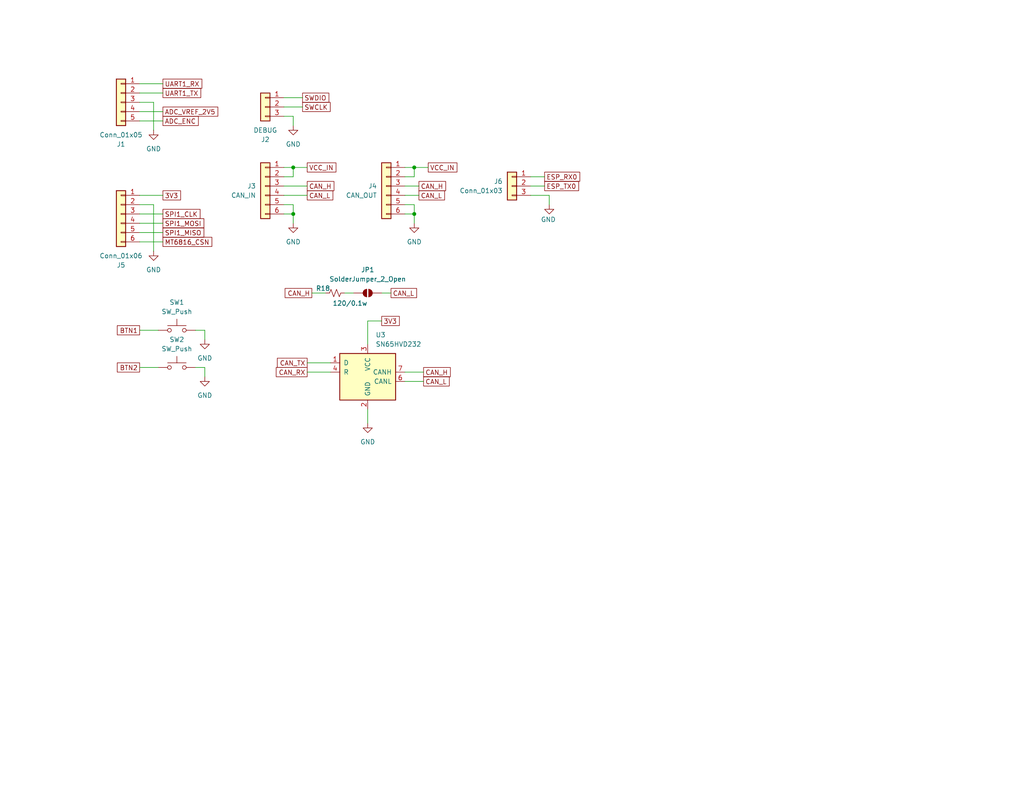
<source format=kicad_sch>
(kicad_sch (version 20250114) (generator "eeschema") (generator_version "9.0")
  (paper "A")
  (lib_symbols
    (symbol "Connector_Generic:Conn_01x03" (pin_names (offset 1.016) (hide yes))
      (property "Reference" "J" (at 0 5.08 0))
      (property "Value" "Conn_01x03" (at 0 -5.08 0))
      (symbol "Conn_01x03_1_1"
        (rectangle (start -1.27 3.81) (end 1.27 -3.81) (stroke (width 0.254)) (fill (type background)))
        (rectangle (start -1.27 2.667) (end 0 2.413) (stroke (width 0.1524)))
        (rectangle (start -1.27 0.127) (end 0 -0.127) (stroke (width 0.1524)))
        (rectangle (start -1.27 -2.413) (end 0 -2.667) (stroke (width 0.1524)))
        (pin passive line (at -5.08 2.54 0) (length 3.81) (name "Pin_1") (number "1"))
        (pin passive line (at -5.08 0 0) (length 3.81) (name "Pin_2") (number "2"))
        (pin passive line (at -5.08 -2.54 0) (length 3.81) (name "Pin_3") (number "3"))
      )
    )
    (symbol "Connector_Generic:Conn_01x05" (pin_names (offset 1.016) (hide yes))
      (property "Reference" "J" (at 0 7.62 0))
      (property "Value" "Conn_01x05" (at 0 -7.62 0))
      (symbol "Conn_01x05_1_1"
        (rectangle (start -1.27 6.35) (end 1.27 -6.35) (stroke (width 0.254)) (fill (type background)))
        (rectangle (start -1.27 5.207) (end 0 4.953) (stroke (width 0.1524)))
        (rectangle (start -1.27 2.667) (end 0 2.413) (stroke (width 0.1524)))
        (rectangle (start -1.27 0.127) (end 0 -0.127) (stroke (width 0.1524)))
        (rectangle (start -1.27 -2.413) (end 0 -2.667) (stroke (width 0.1524)))
        (rectangle (start -1.27 -4.953) (end 0 -5.207) (stroke (width 0.1524)))
        (pin passive line (at -5.08 5.08 0) (length 3.81) (name "Pin_1") (number "1"))
        (pin passive line (at -5.08 2.54 0) (length 3.81) (name "Pin_2") (number "2"))
        (pin passive line (at -5.08 0 0) (length 3.81) (name "Pin_3") (number "3"))
        (pin passive line (at -5.08 -2.54 0) (length 3.81) (name "Pin_4") (number "4"))
        (pin passive line (at -5.08 -5.08 0) (length 3.81) (name "Pin_5") (number "5"))
      )
    )
    (symbol "Connector_Generic:Conn_01x06" (pin_names (offset 1.016) (hide yes))
      (property "Reference" "J" (at 0 7.62 0))
      (property "Value" "Conn_01x06" (at 0 -10.16 0))
      (symbol "Conn_01x06_1_1"
        (rectangle (start -1.27 6.35) (end 1.27 -8.89) (stroke (width 0.254)) (fill (type background)))
        (rectangle (start -1.27 5.207) (end 0 4.953) (stroke (width 0.1524)))
        (rectangle (start -1.27 2.667) (end 0 2.413) (stroke (width 0.1524)))
        (rectangle (start -1.27 0.127) (end 0 -0.127) (stroke (width 0.1524)))
        (rectangle (start -1.27 -2.413) (end 0 -2.667) (stroke (width 0.1524)))
        (rectangle (start -1.27 -4.953) (end 0 -5.207) (stroke (width 0.1524)))
        (rectangle (start -1.27 -7.493) (end 0 -7.747) (stroke (width 0.1524)))
        (pin passive line (at -5.08 5.08 0) (length 3.81) (name "Pin_1") (number "1"))
        (pin passive line (at -5.08 2.54 0) (length 3.81) (name "Pin_2") (number "2"))
        (pin passive line (at -5.08 0 0) (length 3.81) (name "Pin_3") (number "3"))
        (pin passive line (at -5.08 -2.54 0) (length 3.81) (name "Pin_4") (number "4"))
        (pin passive line (at -5.08 -5.08 0) (length 3.81) (name "Pin_5") (number "5"))
        (pin passive line (at -5.08 -7.62 0) (length 3.81) (name "Pin_6") (number "6"))
      )
    )
    (symbol "Device:R_Small_US" (pin_numbers (hide yes)) (pin_names (offset 0.254) (hide yes))
      (property "Reference" "R" (at 0.762 0.508 0))
      (property "Value" "R_Small_US" (at 0.762 -1.016 0))
      (symbol "R_Small_US_1_1"
        (polyline (pts (xy 0 1.524) (xy 1.016 1.143) (xy 0 0.762) (xy -1.016 0.381) (xy 0 0)))
        (polyline (pts (xy 0 0) (xy 1.016 -0.381) (xy 0 -0.762) (xy -1.016 -1.143) (xy 0 -1.524)))
        (pin passive line (at 0 2.54 270) (length 1.016) (name "~") (number "1"))
        (pin passive line (at 0 -2.54 90) (length 1.016) (name "~") (number "2"))
      )
    )
    (symbol "Interface_CAN_LIN:SN65HVD232" (pin_names (offset 1.016))
      (property "Reference" "U" (at -2.54 10.16 0))
      (property "Value" "SN65HVD232" (at -2.54 7.62 0))
      (symbol "SN65HVD232_0_1"
        (rectangle (start -7.62 5.08) (end 7.62 -7.62) (stroke (width 0.254)) (fill (type background)))
      )
      (symbol "SN65HVD232_1_1"
        (pin input line (at -10.16 2.54 0) (length 2.54) (name "D") (number "1"))
        (pin output line (at -10.16 0 0) (length 2.54) (name "R") (number "4"))
        (pin no_connect line (at -7.62 -2.54 0) (length 2.54) (hide yes) (name "NC") (number "5"))
        (pin no_connect line (at -7.62 -5.08 0) (length 2.54) (hide yes) (name "NC") (number "8"))
        (pin power_in line (at 0 7.62 270) (length 2.54) (name "VCC") (number "3"))
        (pin power_in line (at 0 -10.16 90) (length 2.54) (name "GND") (number "2"))
        (pin bidirectional line (at 10.16 0 180) (length 2.54) (name "CANH") (number "7"))
        (pin bidirectional line (at 10.16 -2.54 180) (length 2.54) (name "CANL") (number "6"))
      )
    )
    (symbol "Jumper:SolderJumper_2_Open" (pin_numbers (hide yes)) (pin_names (offset 0) (hide yes)) (in_bom no)
      (property "Reference" "JP" (at 0 2.032 0))
      (property "Value" "SolderJumper_2_Open" (at 0 -2.54 0))
      (symbol "SolderJumper_2_Open_0_1"
        (polyline (pts (xy -0.254 1.016) (xy -0.254 -1.016)))
        (arc (start -0.254 -1.016) (mid -1.2656 0) (end -0.254 1.016))
        (arc (start -0.254 -1.016) (mid -1.2656 0) (end -0.254 1.016) (fill (type outline)))
        (arc (start 0.254 1.016) (mid 1.2656 0) (end 0.254 -1.016))
        (arc (start 0.254 1.016) (mid 1.2656 0) (end 0.254 -1.016) (fill (type outline)))
        (polyline (pts (xy 0.254 1.016) (xy 0.254 -1.016)))
      )
      (symbol "SolderJumper_2_Open_1_1"
        (pin passive line (at -3.81 0 0) (length 2.54) (name "A") (number "1"))
        (pin passive line (at 3.81 0 180) (length 2.54) (name "B") (number "2"))
      )
    )
    (symbol "Switch:SW_Push" (pin_numbers (hide yes)) (pin_names (offset 1.016) (hide yes))
      (property "Reference" "SW" (at 1.27 2.54 0))
      (property "Value" "SW_Push" (at 0 -1.524 0))
      (symbol "SW_Push_0_1"
        (circle (center -2.032 0) (radius 0.508))
        (polyline (pts (xy 0 1.27) (xy 0 3.048)))
        (circle (center 2.032 0) (radius 0.508))
        (polyline (pts (xy 2.54 1.27) (xy -2.54 1.27)))
        (pin passive line (at -5.08 0 0) (length 2.54) (name "1") (number "1"))
        (pin passive line (at 5.08 0 180) (length 2.54) (name "2") (number "2"))
      )
    )
    (symbol "power:GND" (power) (pin_numbers (hide yes)) (pin_names (offset 0) (hide yes))
      (property "Value" "GND" (at 0 -3.81 0))
      (symbol "GND_0_1"
        (polyline (pts (xy 0 0) (xy 0 -1.27) (xy 1.27 -1.27) (xy 0 -2.54) (xy -1.27 -1.27) (xy 0 -1.27)))
      )
      (symbol "GND_1_1"
        (pin power_in line (at 0 0 270) (length 0) (name "~") (number "1"))
      )
    )
  )
  (junction (at 80.01 58.42))
  (junction (at 80.01 45.72))
  (junction (at 113.03 45.72))
  (junction (at 113.03 58.42))
  (wire (pts (xy 149.86 53.34) (xy 144.78 53.34)))
  (wire (pts (xy 113.03 48.26) (xy 113.03 45.72)))
  (wire (pts (xy 80.01 58.42) (xy 80.01 55.88)))
  (wire (pts (xy 104.14 80.01) (xy 106.68 80.01)))
  (wire (pts (xy 80.01 45.72) (xy 83.82 45.72)))
  (wire (pts (xy 77.47 48.26) (xy 80.01 48.26)))
  (wire (pts (xy 110.49 53.34) (xy 114.3 53.34)))
  (wire (pts (xy 144.78 50.8) (xy 148.59 50.8)))
  (wire (pts (xy 38.1 25.4) (xy 44.45 25.4)))
  (wire (pts (xy 110.49 104.14) (xy 115.57 104.14)))
  (wire (pts (xy 80.01 31.75) (xy 77.47 31.75)))
  (wire (pts (xy 77.47 26.67) (xy 82.55 26.67)))
  (wire (pts (xy 110.49 50.8) (xy 114.3 50.8)))
  (wire (pts (xy 100.33 111.76) (xy 100.33 115.57)))
  (wire (pts (xy 55.88 100.33) (xy 55.88 102.87)))
  (wire (pts (xy 38.1 33.02) (xy 44.45 33.02)))
  (wire (pts (xy 80.01 48.26) (xy 80.01 45.72)))
  (wire (pts (xy 53.34 100.33) (xy 55.88 100.33)))
  (wire (pts (xy 38.1 90.17) (xy 43.18 90.17)))
  (wire (pts (xy 113.03 55.88) (xy 110.49 55.88)))
  (wire (pts (xy 41.91 35.56) (xy 41.91 27.94)))
  (wire (pts (xy 77.47 58.42) (xy 80.01 58.42)))
  (wire (pts (xy 110.49 45.72) (xy 113.03 45.72)))
  (wire (pts (xy 80.01 55.88) (xy 77.47 55.88)))
  (wire (pts (xy 38.1 22.86) (xy 44.45 22.86)))
  (wire (pts (xy 38.1 53.34) (xy 44.45 53.34)))
  (wire (pts (xy 77.47 45.72) (xy 80.01 45.72)))
  (wire (pts (xy 77.47 50.8) (xy 83.82 50.8)))
  (wire (pts (xy 38.1 58.42) (xy 44.45 58.42)))
  (wire (pts (xy 38.1 55.88) (xy 41.91 55.88)))
  (wire (pts (xy 41.91 27.94) (xy 38.1 27.94)))
  (wire (pts (xy 38.1 66.04) (xy 44.45 66.04)))
  (wire (pts (xy 80.01 34.29) (xy 80.01 31.75)))
  (wire (pts (xy 38.1 60.96) (xy 44.45 60.96)))
  (wire (pts (xy 110.49 58.42) (xy 113.03 58.42)))
  (wire (pts (xy 113.03 58.42) (xy 113.03 55.88)))
  (wire (pts (xy 110.49 48.26) (xy 113.03 48.26)))
  (wire (pts (xy 93.98 80.01) (xy 96.52 80.01)))
  (wire (pts (xy 85.09 80.01) (xy 88.9 80.01)))
  (wire (pts (xy 80.01 60.96) (xy 80.01 58.42)))
  (wire (pts (xy 77.47 29.21) (xy 82.55 29.21)))
  (wire (pts (xy 100.33 87.63) (xy 100.33 93.98)))
  (wire (pts (xy 104.14 87.63) (xy 100.33 87.63)))
  (wire (pts (xy 38.1 30.48) (xy 44.45 30.48)))
  (wire (pts (xy 113.03 60.96) (xy 113.03 58.42)))
  (wire (pts (xy 38.1 63.5) (xy 44.45 63.5)))
  (wire (pts (xy 110.49 101.6) (xy 115.57 101.6)))
  (wire (pts (xy 38.1 100.33) (xy 43.18 100.33)))
  (wire (pts (xy 144.78 48.26) (xy 148.59 48.26)))
  (wire (pts (xy 41.91 68.58) (xy 41.91 55.88)))
  (wire (pts (xy 77.47 53.34) (xy 83.82 53.34)))
  (wire (pts (xy 113.03 45.72) (xy 116.84 45.72)))
  (wire (pts (xy 83.82 99.06) (xy 90.17 99.06)))
  (wire (pts (xy 149.86 55.88) (xy 149.86 53.34)))
  (wire (pts (xy 83.82 101.6) (xy 90.17 101.6)))
  (wire (pts (xy 53.34 90.17) (xy 55.88 90.17)))
  (wire (pts (xy 55.88 90.17) (xy 55.88 92.71)))
  (global_label "VCC_IN" (shape passive) (at 83.82 45.72 0) (property "Intersheetrefs" "${INTERSHEET_REFS}" (effects (hide yes))))
  (global_label "3V3" (shape passive) (at 104.14 87.63 0) (property "Intersheetrefs" "${INTERSHEET_REFS}" (effects (hide yes))))
  (global_label "ESP_RX0" (shape passive) (at 148.59 48.26 0) (property "Intersheetrefs" "${INTERSHEET_REFS}" (effects (hide yes))))
  (global_label "SPI1_MISO" (shape passive) (at 44.45 63.5 0) (effects (font (thickness 0.1588))) (property "Intersheetrefs" "${INTERSHEET_REFS}" (effects (hide yes))))
  (global_label "SWCLK" (shape passive) (at 82.55 29.21 0) (property "Intersheetrefs" "${INTERSHEET_REFS}" (effects (hide yes))))
  (global_label "CAN_L" (shape passive) (at 115.57 104.14 0) (property "Intersheetrefs" "${INTERSHEET_REFS}" (effects (hide yes))))
  (global_label "VCC_IN" (shape passive) (at 116.84 45.72 0) (property "Intersheetrefs" "${INTERSHEET_REFS}" (effects (hide yes))))
  (global_label "UART1_TX" (shape passive) (at 44.45 25.4 0) (property "Intersheetrefs" "${INTERSHEET_REFS}" (effects (hide yes))))
  (global_label "CAN_L" (shape passive) (at 106.68 80.01 0) (property "Intersheetrefs" "${INTERSHEET_REFS}" (effects (hide yes))))
  (global_label "UART1_RX" (shape passive) (at 44.45 22.86 0) (property "Intersheetrefs" "${INTERSHEET_REFS}" (effects (hide yes))))
  (global_label "CAN_H" (shape passive) (at 114.3 50.8 0) (property "Intersheetrefs" "${INTERSHEET_REFS}" (effects (hide yes))))
  (global_label "CAN_RX" (shape passive) (at 83.82 101.6 180) (property "Intersheetrefs" "${INTERSHEET_REFS}" (effects (hide yes))))
  (global_label "CAN_L" (shape passive) (at 83.82 53.34 0) (property "Intersheetrefs" "${INTERSHEET_REFS}" (effects (hide yes))))
  (global_label "ESP_TX0" (shape passive) (at 148.59 50.8 0) (property "Intersheetrefs" "${INTERSHEET_REFS}" (effects (hide yes))))
  (global_label "ADC_VREF_2V5" (shape passive) (at 44.45 30.48 0) (property "Intersheetrefs" "${INTERSHEET_REFS}" (effects (hide yes))))
  (global_label "3V3" (shape passive) (at 44.45 53.34 0) (property "Intersheetrefs" "${INTERSHEET_REFS}" (effects (hide yes))))
  (global_label "BTN2" (shape passive) (at 38.1 100.33 180) (property "Intersheetrefs" "${INTERSHEET_REFS}" (effects (hide yes))))
  (global_label "ADC_ENC" (shape passive) (at 44.45 33.02 0) (property "Intersheetrefs" "${INTERSHEET_REFS}" (effects (hide yes))))
  (global_label "SPI1_CLK" (shape passive) (at 44.45 58.42 0) (effects (font (thickness 0.1588))) (property "Intersheetrefs" "${INTERSHEET_REFS}" (effects (hide yes))))
  (global_label "CAN_L" (shape passive) (at 114.3 53.34 0) (property "Intersheetrefs" "${INTERSHEET_REFS}" (effects (hide yes))))
  (global_label "BTN1" (shape passive) (at 38.1 90.17 180) (property "Intersheetrefs" "${INTERSHEET_REFS}" (effects (hide yes))))
  (global_label "CAN_H" (shape passive) (at 85.09 80.01 180) (property "Intersheetrefs" "${INTERSHEET_REFS}" (effects (hide yes))))
  (global_label "MT6816_CSN" (shape passive) (at 44.45 66.04 0) (effects (font (thickness 0.1588))) (property "Intersheetrefs" "${INTERSHEET_REFS}" (effects (hide yes))))
  (global_label "SWDIO" (shape passive) (at 82.55 26.67 0) (property "Intersheetrefs" "${INTERSHEET_REFS}" (effects (hide yes))))
  (global_label "CAN_TX" (shape passive) (at 83.82 99.06 180) (property "Intersheetrefs" "${INTERSHEET_REFS}" (effects (hide yes))))
  (global_label "SPI1_MOSI" (shape passive) (at 44.45 60.96 0) (effects (font (thickness 0.1588))) (property "Intersheetrefs" "${INTERSHEET_REFS}" (effects (hide yes))))
  (global_label "CAN_H" (shape passive) (at 115.57 101.6 0) (property "Intersheetrefs" "${INTERSHEET_REFS}" (effects (hide yes))))
  (global_label "CAN_H" (shape passive) (at 83.82 50.8 0) (property "Intersheetrefs" "${INTERSHEET_REFS}" (effects (hide yes))))
  (symbol (lib_id "Connector_Generic:Conn_01x06") (at 72.39 50.8 0) (mirror y) (unit 1)
    (property "Reference" "J3" (at 69.85 50.7999 0) (effects (justify left)))
    (property "Value" "CAN_IN" (at 69.85 53.3399 0) (effects (justify left)))
    (property "Description" "Generic connector, single row, 01x06, script generated (kicad-library-utils/schlib/autogen/connector/)" (effects (hide yes)))
  )
  (symbol (lib_id "Connector_Generic:Conn_01x06") (at 33.02 58.42 0) (mirror y) (unit 1)
    (property "Reference" "J5" (at 33.02 72.39 0))
    (property "Value" "Conn_01x06" (at 33.02 69.85 0))
    (property "Description" "Generic connector, single row, 01x06, script generated (kicad-library-utils/schlib/autogen/connector/)" (effects (hide yes)))
  )
  (symbol (lib_id "power:GND") (at 55.88 92.71 0) (unit 1)
    (property "Reference" "#PWR037" (effects (hide yes)))
    (property "Value" "GND" (at 55.88 97.79 0))
    (property "Description" "Power symbol creates a global label with name \"GND\" , ground" (effects (hide yes)))
  )
  (symbol (lib_id "power:GND") (at 100.33 115.57 0) (unit 1)
    (property "Reference" "#PWR039" (effects (hide yes)))
    (property "Value" "GND" (at 100.33 120.65 0))
    (property "Description" "Power symbol creates a global label with name \"GND\" , ground" (effects (hide yes)))
  )
  (symbol (lib_id "Switch:SW_Push") (at 48.26 100.33 0) (unit 1)
    (property "Reference" "SW2" (at 48.26 92.71 0))
    (property "Value" "SW_Push" (at 48.26 95.25 0))
    (property "Footprint" "mylib:TSB008A2530A" (effects (hide yes)))
    (property "Description" "Push button switch, generic, two pins" (effects (hide yes)))
  )
  (symbol (lib_id "Connector_Generic:Conn_01x03") (at 139.7 50.8 0) (mirror y) (unit 1)
    (property "Reference" "J6" (at 137.16 49.5299 0) (effects (justify left)))
    (property "Value" "Conn_01x03" (at 137.16 52.0699 0) (effects (justify left)))
    (property "Description" "Generic connector, single row, 01x03, script generated (kicad-library-utils/schlib/autogen/connector/)" (effects (hide yes)))
  )
  (symbol (lib_id "Jumper:SolderJumper_2_Open") (at 100.33 80.01 0) (unit 1) (in_bom no)
    (property "Reference" "JP1" (at 100.33 73.66 0))
    (property "Value" "SolderJumper_2_Open" (at 100.33 76.2 0))
    (property "Footprint" "Jumper:SolderJumper-2_P1.3mm_Open_RoundedPad1.0x1.5mm" (effects (hide yes)))
    (property "Description" "Solder Jumper, 2-pole, open" (effects (hide yes)))
  )
  (symbol (lib_id "power:GND") (at 149.86 55.88 0) (mirror y) (unit 1)
    (property "Reference" "#PWR045" (effects (hide yes)))
    (property "Value" "GND" (at 149.606 59.944 0))
    (property "Description" "Power symbol creates a global label with name \"GND\" , ground" (effects (hide yes)))
  )
  (symbol (lib_id "power:GND") (at 41.91 68.58 0) (unit 1)
    (property "Reference" "#PWR036" (effects (hide yes)))
    (property "Value" "GND" (at 41.91 73.66 0))
    (property "Description" "Power symbol creates a global label with name \"GND\" , ground" (effects (hide yes)))
  )
  (symbol (lib_id "power:GND") (at 80.01 60.96 0) (unit 1)
    (property "Reference" "#PWR034" (effects (hide yes)))
    (property "Value" "GND" (at 80.01 66.04 0))
    (property "Description" "Power symbol creates a global label with name \"GND\" , ground" (effects (hide yes)))
  )
  (symbol (lib_id "power:GND") (at 113.03 60.96 0) (unit 1)
    (property "Reference" "#PWR035" (effects (hide yes)))
    (property "Value" "GND" (at 113.03 66.04 0))
    (property "Description" "Power symbol creates a global label with name \"GND\" , ground" (effects (hide yes)))
  )
  (symbol (lib_id "Device:R_Small_US") (at 91.44 80.01 270) (unit 1)
    (property "Reference" "R18" (at 88.138 78.74 90))
    (property "Value" "120/0.1w" (at 95.504 82.804 90))
    (property "Description" "Resistor, small US symbol" (effects (hide yes)))
  )
  (symbol (lib_id "Interface_CAN_LIN:SN65HVD232") (at 100.33 101.6 0) (unit 1)
    (property "Reference" "U3" (at 102.4733 91.44 0) (effects (justify left)))
    (property "Value" "SN65HVD232" (at 102.4733 93.98 0) (effects (justify left)))
    (property "Footprint" "Package_SO:SOIC-8_3.9x4.9mm_P1.27mm" (effects (hide yes)))
    (property "Datasheet" "http://www.ti.com/lit/ds/symlink/sn65hvd230.pdf" (effects (hide yes)))
    (property "Description" "CAN Bus Transceivers, 3.3V, 1Mbps, SOIC-8" (effects (hide yes)))
  )
  (symbol (lib_id "Connector_Generic:Conn_01x05") (at 33.02 27.94 0) (mirror y) (unit 1)
    (property "Reference" "J1" (at 33.02 39.37 0))
    (property "Value" "Conn_01x05" (at 33.02 36.83 0))
    (property "Description" "Generic connector, single row, 01x05, script generated (kicad-library-utils/schlib/autogen/connector/)" (effects (hide yes)))
  )
  (symbol (lib_id "power:GND") (at 80.01 34.29 0) (unit 1)
    (property "Reference" "#PWR032" (effects (hide yes)))
    (property "Value" "GND" (at 80.01 39.37 0))
    (property "Description" "Power symbol creates a global label with name \"GND\" , ground" (effects (hide yes)))
  )
  (symbol (lib_id "power:GND") (at 55.88 102.87 0) (unit 1)
    (property "Reference" "#PWR038" (effects (hide yes)))
    (property "Value" "GND" (at 55.88 107.95 0))
    (property "Description" "Power symbol creates a global label with name \"GND\" , ground" (effects (hide yes)))
  )
  (symbol (lib_id "Connector_Generic:Conn_01x06") (at 105.41 50.8 0) (mirror y) (unit 1)
    (property "Reference" "J4" (at 102.87 50.7999 0) (effects (justify left)))
    (property "Value" "CAN_OUT" (at 102.87 53.3399 0) (effects (justify left)))
    (property "Description" "Generic connector, single row, 01x06, script generated (kicad-library-utils/schlib/autogen/connector/)" (effects (hide yes)))
  )
  (symbol (lib_id "Switch:SW_Push") (at 48.26 90.17 0) (unit 1)
    (property "Reference" "SW1" (at 48.26 82.55 0))
    (property "Value" "SW_Push" (at 48.26 85.09 0))
    (property "Footprint" "mylib:TSB008A2530A" (effects (hide yes)))
    (property "Description" "Push button switch, generic, two pins" (effects (hide yes)))
  )
  (symbol (lib_id "power:GND") (at 41.91 35.56 0) (unit 1)
    (property "Reference" "#PWR033" (effects (hide yes)))
    (property "Value" "GND" (at 41.91 40.64 0))
    (property "Description" "Power symbol creates a global label with name \"GND\" , ground" (effects (hide yes)))
  )
  (symbol (lib_id "Connector_Generic:Conn_01x03") (at 72.39 29.21 0) (mirror y) (unit 1)
    (property "Reference" "J2" (at 72.39 38.1 0))
    (property "Value" "DEBUG" (at 72.39 35.56 0))
    (property "Description" "Generic connector, single row, 01x03, script generated (kicad-library-utils/schlib/autogen/connector/)" (effects (hide yes)))
  )
)
</source>
